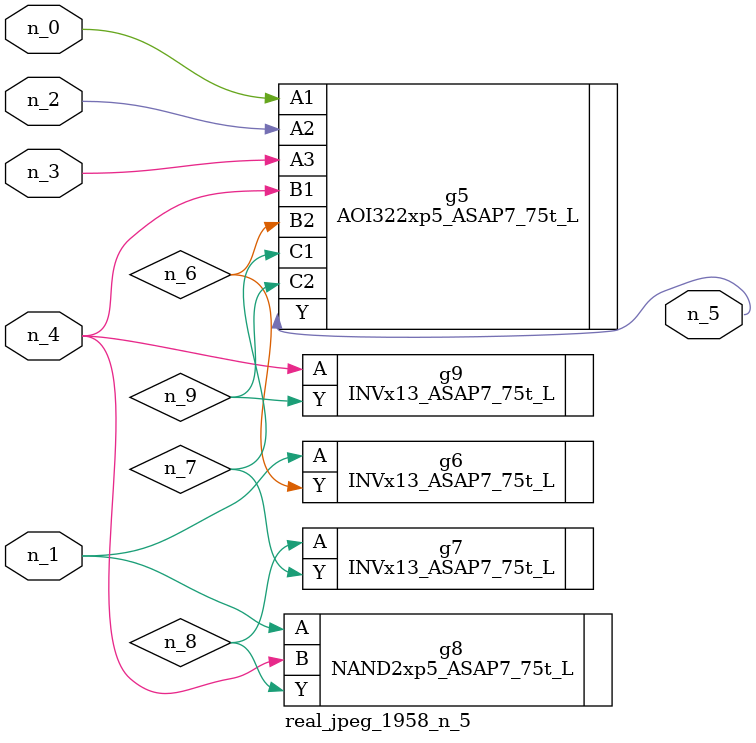
<source format=v>
module real_jpeg_1958_n_5 (n_4, n_0, n_1, n_2, n_3, n_5);

input n_4;
input n_0;
input n_1;
input n_2;
input n_3;

output n_5;

wire n_8;
wire n_6;
wire n_7;
wire n_9;

AOI322xp5_ASAP7_75t_L g5 ( 
.A1(n_0),
.A2(n_2),
.A3(n_3),
.B1(n_4),
.B2(n_6),
.C1(n_7),
.C2(n_9),
.Y(n_5)
);

INVx13_ASAP7_75t_L g6 ( 
.A(n_1),
.Y(n_6)
);

NAND2xp5_ASAP7_75t_L g8 ( 
.A(n_1),
.B(n_4),
.Y(n_8)
);

INVx13_ASAP7_75t_L g9 ( 
.A(n_4),
.Y(n_9)
);

INVx13_ASAP7_75t_L g7 ( 
.A(n_8),
.Y(n_7)
);


endmodule
</source>
